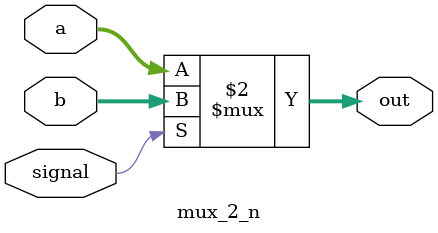
<source format=v>
`timescale 1ns / 1ps
module mux_2_n(
    input signal,
    input [31: 0] a, b,

    output [31: 0] out
);

assign out = (signal == 0) ? a : b;

endmodule

</source>
